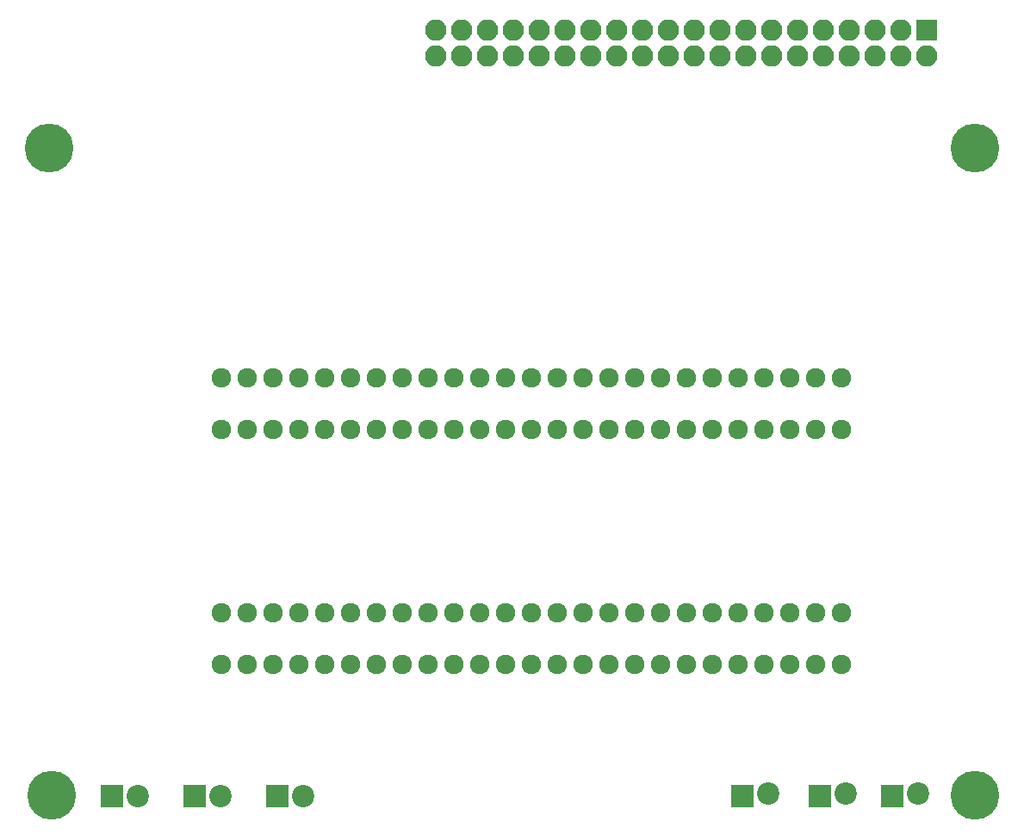
<source format=gbr>
G04 #@! TF.FileFunction,Soldermask,Top*
%FSLAX46Y46*%
G04 Gerber Fmt 4.6, Leading zero omitted, Abs format (unit mm)*
G04 Created by KiCad (PCBNEW 4.0.7) date 08/24/18 01:29:55*
%MOMM*%
%LPD*%
G01*
G04 APERTURE LIST*
%ADD10C,0.100000*%
%ADD11C,4.800000*%
%ADD12C,1.924000*%
%ADD13R,2.100000X2.100000*%
%ADD14O,2.100000X2.100000*%
%ADD15R,2.200000X2.200000*%
%ADD16C,2.200000*%
G04 APERTURE END LIST*
D10*
D11*
X210300000Y-67310000D03*
X119246000Y-67310000D03*
X119500000Y-131000000D03*
D12*
X197210000Y-113030000D03*
X197210000Y-118110000D03*
X194670000Y-113030000D03*
X194670000Y-118110000D03*
X192130000Y-113030000D03*
X192130000Y-118110000D03*
X189590000Y-113030000D03*
X189590000Y-118110000D03*
X187050000Y-113030000D03*
X187050000Y-118110000D03*
X184510000Y-113030000D03*
X184510000Y-118110000D03*
X181970000Y-113030000D03*
X181970000Y-118110000D03*
X179430000Y-113030000D03*
X179430000Y-118110000D03*
X176890000Y-113030000D03*
X176890000Y-118110000D03*
X174350000Y-113030000D03*
X174350000Y-118110000D03*
X171810000Y-113030000D03*
X171810000Y-118110000D03*
X169270000Y-113030000D03*
X169270000Y-118110000D03*
X166730000Y-113030000D03*
X166730000Y-118110000D03*
X164190000Y-113030000D03*
X164190000Y-118110000D03*
X161650000Y-113030000D03*
X161650000Y-118110000D03*
X159110000Y-113030000D03*
X159110000Y-118110000D03*
X156570000Y-113030000D03*
X156570000Y-118110000D03*
X154030000Y-113030000D03*
X154030000Y-118110000D03*
X151490000Y-113030000D03*
X151490000Y-118110000D03*
X148950000Y-113030000D03*
X148950000Y-118110000D03*
X146410000Y-113030000D03*
X146410000Y-118110000D03*
X143870000Y-113030000D03*
X143870000Y-118110000D03*
X141330000Y-113030000D03*
X141330000Y-118110000D03*
X138790000Y-113030000D03*
X138790000Y-118110000D03*
X136250000Y-113030000D03*
X136250000Y-118110000D03*
X197210000Y-89916000D03*
X197210000Y-94996000D03*
X194670000Y-89916000D03*
X194670000Y-94996000D03*
X192130000Y-89916000D03*
X192130000Y-94996000D03*
X189590000Y-89916000D03*
X189590000Y-94996000D03*
X187050000Y-89916000D03*
X187050000Y-94996000D03*
X184510000Y-89916000D03*
X184510000Y-94996000D03*
X181970000Y-89916000D03*
X181970000Y-94996000D03*
X179430000Y-89916000D03*
X179430000Y-94996000D03*
X176890000Y-89916000D03*
X176890000Y-94996000D03*
X174350000Y-89916000D03*
X174350000Y-94996000D03*
X171810000Y-89916000D03*
X171810000Y-94996000D03*
X169270000Y-89916000D03*
X169270000Y-94996000D03*
X166730000Y-89916000D03*
X166730000Y-94996000D03*
X164190000Y-89916000D03*
X164190000Y-94996000D03*
X161650000Y-89916000D03*
X161650000Y-94996000D03*
X159110000Y-89916000D03*
X159110000Y-94996000D03*
X156570000Y-89916000D03*
X156570000Y-94996000D03*
X154030000Y-89916000D03*
X154030000Y-94996000D03*
X151490000Y-89916000D03*
X151490000Y-94996000D03*
X148950000Y-89916000D03*
X148950000Y-94996000D03*
X146410000Y-89916000D03*
X146410000Y-94996000D03*
X143870000Y-89916000D03*
X143870000Y-94996000D03*
X141330000Y-89916000D03*
X141330000Y-94996000D03*
X138790000Y-89916000D03*
X138790000Y-94996000D03*
X136250000Y-89916000D03*
X136250000Y-94996000D03*
D13*
X205572000Y-55727600D03*
D14*
X205572000Y-58267600D03*
X203032000Y-55727600D03*
X203032000Y-58267600D03*
X200492000Y-55727600D03*
X200492000Y-58267600D03*
X197952000Y-55727600D03*
X197952000Y-58267600D03*
X195412000Y-55727600D03*
X195412000Y-58267600D03*
X192872000Y-55727600D03*
X192872000Y-58267600D03*
X190332000Y-55727600D03*
X190332000Y-58267600D03*
X187792000Y-55727600D03*
X187792000Y-58267600D03*
X185252000Y-55727600D03*
X185252000Y-58267600D03*
X182712000Y-55727600D03*
X182712000Y-58267600D03*
X180172000Y-55727600D03*
X180172000Y-58267600D03*
X177632000Y-55727600D03*
X177632000Y-58267600D03*
X175092000Y-55727600D03*
X175092000Y-58267600D03*
X172552000Y-55727600D03*
X172552000Y-58267600D03*
X170012000Y-55727600D03*
X170012000Y-58267600D03*
X167472000Y-55727600D03*
X167472000Y-58267600D03*
X164932000Y-55727600D03*
X164932000Y-58267600D03*
X162392000Y-55727600D03*
X162392000Y-58267600D03*
X159852000Y-55727600D03*
X159852000Y-58267600D03*
X157312000Y-55727600D03*
X157312000Y-58267600D03*
D15*
X202184000Y-131064000D03*
D16*
X204724000Y-130810000D03*
D15*
X195072000Y-131064000D03*
D16*
X197612000Y-130810000D03*
D15*
X133604000Y-131064000D03*
D16*
X136144000Y-131064000D03*
D15*
X141732000Y-131064000D03*
D16*
X144272000Y-131064000D03*
D15*
X187452000Y-131064000D03*
D16*
X189992000Y-130810000D03*
D15*
X125476000Y-131064000D03*
D16*
X128016000Y-131064000D03*
D11*
X210300000Y-131000000D03*
M02*

</source>
